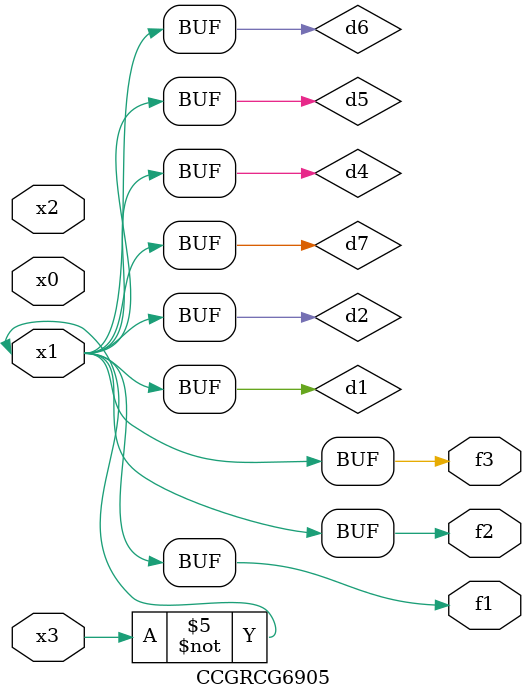
<source format=v>
module CCGRCG6905(
	input x0, x1, x2, x3,
	output f1, f2, f3
);

	wire d1, d2, d3, d4, d5, d6, d7;

	not (d1, x3);
	buf (d2, x1);
	xnor (d3, d1, d2);
	nor (d4, d1);
	buf (d5, d1, d2);
	buf (d6, d4, d5);
	nand (d7, d4);
	assign f1 = d6;
	assign f2 = d7;
	assign f3 = d6;
endmodule

</source>
